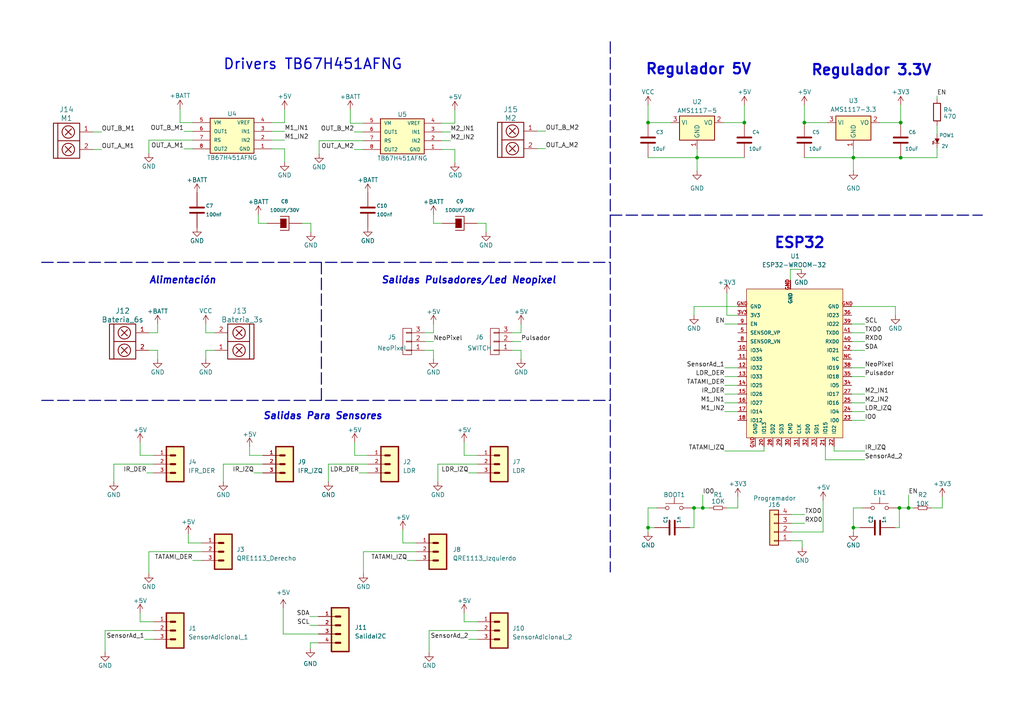
<source format=kicad_sch>
(kicad_sch (version 20230121) (generator eeschema)
  (paper "A4")
  (lib_symbols
    (symbol "Device:R" (pin_numbers hide) (pin_names (offset 0))
      (property "Reference" "R" (at 2.032 0 90))
      (property "Value" "R" (at 0 0 90))
      (symbol "R_0_1"
        (rectangle (start -1.016 -2.54) (end 1.016 2.54) (stroke (width 0.254)))
      )
      (symbol "R_1_1"
        (pin passive line (at 0 3.81 270) (length 1.27) (name "~") (number "1"))
        (pin passive line (at 0 -3.81 90) (length 1.27) (name "~") (number "2"))
      )
    )
    (symbol "EESTN5:C" (pin_numbers hide) (pin_names (offset 0.254))
      (property "Reference" "C" (at 0 2.54 0))
      (property "Value" "C" (at 0.1524 -2.159 0))
      (symbol "C_0_1"
        (polyline (pts (xy -2.032 -0.762) (xy 2.032 -0.762)) (stroke (width 0.508)))
        (polyline (pts (xy -2.032 0.762) (xy 2.032 0.762)) (stroke (width 0.508)))
      )
      (symbol "C_1_1"
        (pin passive line (at 0 5.08 270) (length 4.318) (name "~") (number "1"))
        (pin passive line (at 0 -5.08 90) (length 4.318) (name "~") (number "2"))
      )
    )
    (symbol "EESTN5:CAPAPOL" (pin_numbers hide) (pin_names (offset 0.254) hide)
      (property "Reference" "C" (at 1.27 2.54 0))
      (property "Value" "CAPAPOL" (at 1.27 -2.54 0))
      (symbol "CAPAPOL_0_1"
        (polyline (pts (xy -2.032 1.27) (xy -2.032 -1.27) (xy 2.032 -1.27) (xy 2.032 1.27)) (stroke (width 0.2032)))
        (polyline (pts (xy -1.27 1.27) (xy -1.27 -0.508) (xy 1.27 -0.508) (xy 1.27 1.27)) (fill (type outline)))
      )
      (symbol "CAPAPOL_1_1"
        (pin passive line (at 0 5.08 270) (length 3.81) (name "~") (number "1"))
        (pin passive line (at 0 -5.08 90) (length 3.81) (name "~") (number "2"))
      )
    )
    (symbol "EESTN5:Conn_01X03" (pin_names (offset 1.016) hide)
      (property "Reference" "J" (at 0 5.08 0))
      (property "Value" "Conn_01X03" (at 0 -5.08 0))
      (symbol "Conn_01X03_0_1"
        (rectangle (start -1.27 -2.413) (end 0.254 -2.667))
        (rectangle (start -1.27 0.127) (end 0.254 -0.127))
        (rectangle (start -1.27 2.667) (end 0.254 2.413))
        (rectangle (start -1.27 3.81) (end 1.27 -3.81))
      )
      (symbol "Conn_01X03_1_1"
        (pin passive line (at -5.08 2.54 0) (length 3.81) (name "P1") (number "1"))
        (pin passive line (at -5.08 0 0) (length 3.81) (name "P2") (number "2"))
        (pin passive line (at -5.08 -2.54 0) (length 3.81) (name "P3") (number "3"))
      )
    )
    (symbol "EESTN5:Conn_01x04" (pin_names (offset 1.016) hide)
      (property "Reference" "J" (at 0 5.08 0))
      (property "Value" "Conn_01x04" (at 0 -7.62 0))
      (symbol "Conn_01x04_1_1"
        (rectangle (start -1.27 -4.953) (end 0 -5.207) (stroke (width 0.1524)))
        (rectangle (start -1.27 -2.413) (end 0 -2.667) (stroke (width 0.1524)))
        (rectangle (start -1.27 0.127) (end 0 -0.127) (stroke (width 0.1524)))
        (rectangle (start -1.27 2.667) (end 0 2.413) (stroke (width 0.1524)))
        (rectangle (start -1.27 3.81) (end 1.27 -6.35) (stroke (width 0.254)) (fill (type background)))
        (pin passive line (at -5.08 2.54 0) (length 3.81) (name "Pin_1") (number "1"))
        (pin passive line (at -5.08 0 0) (length 3.81) (name "Pin_2") (number "2"))
        (pin passive line (at -5.08 -2.54 0) (length 3.81) (name "Pin_3") (number "3"))
        (pin passive line (at -5.08 -5.08 0) (length 3.81) (name "Pin_4") (number "4"))
      )
    )
    (symbol "EESTN5:LED" (pin_numbers hide) (pin_names (offset 1.016) hide)
      (property "Reference" "LED" (at 0 2.54 0))
      (property "Value" "LED" (at 0 -2.54 0))
      (symbol "LED_0_1"
        (polyline (pts (xy 0.508 -0.762) (xy 1.016 -1.27) (xy 1.016 -1.27)))
        (polyline (pts (xy 1.016 -0.762) (xy 1.524 -1.27) (xy 1.524 -1.27)))
        (polyline (pts (xy 1.27 -0.635) (xy 1.27 0.635) (xy 1.27 0.635)))
        (polyline (pts (xy 1.27 0) (xy 0 0.635) (xy 0 -0.635) (xy 0 -0.635)) (fill (type outline)))
        (polyline (pts (xy 1.524 -1.27) (xy 1.27 -1.27) (xy 1.524 -1.016) (xy 1.524 -1.27) (xy 1.524 -1.27)) (fill (type outline)))
        (polyline (pts (xy 1.016 -1.27) (xy 0.762 -1.27) (xy 1.016 -1.016) (xy 1.016 -1.27) (xy 1.016 -1.27) (xy 1.016 -1.27)) (fill (type outline)))
      )
      (symbol "LED_1_1"
        (pin passive line (at -1.27 0 0) (length 1.27) (name "A") (number "1"))
        (pin passive line (at 2.54 0 180) (length 1.27) (name "K") (number "2"))
      )
    )
    (symbol "EESTN5:R" (pin_numbers hide) (pin_names (offset 0))
      (property "Reference" "R" (at -1.27 0 90))
      (property "Value" "R" (at 1.27 0 90))
      (symbol "R_0_1"
        (rectangle (start 0.508 1.27) (end -0.508 -1.27))
      )
      (symbol "R_1_1"
        (pin passive line (at 0 2.54 270) (length 1.27) (name "~") (number "1"))
        (pin passive line (at 0 -2.54 90) (length 1.27) (name "~") (number "2"))
      )
    )
    (symbol "EESTN5:SW_Push" (pin_numbers hide) (pin_names (offset 1.016) hide)
      (property "Reference" "SW" (at 1.27 2.54 0))
      (symbol "SW_Push_0_1"
        (circle (center -2.032 0) (radius 0.508))
        (polyline (pts (xy 0 1.27) (xy 0 3.048)))
        (polyline (pts (xy 2.54 1.27) (xy -2.54 1.27)))
        (circle (center 2.032 0) (radius 0.508))
        (pin passive line (at -5.08 0 0) (length 2.54) (name "1") (number "1"))
        (pin passive line (at 5.08 0 180) (length 2.54) (name "2") (number "2"))
      )
    )
    (symbol "EESTN5:TB_1X2" (pin_names (offset 1.016))
      (property "Reference" "J" (at 0 7.62 0))
      (property "Value" "TB_1X2" (at 1.27 -7.62 0))
      (symbol "TB_1X2_0_1"
        (rectangle (start -2.54 5.08) (end 5.08 -5.08) (stroke (width 0.254)))
        (polyline (pts (xy -1.27 0) (xy 5.08 0)) (stroke (width 0.254)))
        (polyline (pts (xy -1.27 5.08) (xy -1.27 -5.08)) (stroke (width 0.254)))
        (polyline (pts (xy 0.889 -3.429) (xy 2.667 -1.651)) (stroke (width 0.254)))
        (polyline (pts (xy 0.889 -1.651) (xy 2.667 -3.429)) (stroke (width 0.254)))
        (polyline (pts (xy 0.889 1.651) (xy 2.667 3.429)) (stroke (width 0.254)))
        (polyline (pts (xy 0.889 3.429) (xy 2.667 1.651)) (stroke (width 0.254)))
        (circle (center 1.778 -2.54) (radius 1.8034) (stroke (width 0.254)))
        (circle (center 1.778 2.54) (radius 1.8034) (stroke (width 0.254)))
      )
      (symbol "TB_1X2_1_1"
        (pin input line (at 8.89 2.54 180) (length 3.81) (name "~") (number "1"))
        (pin input line (at 8.89 -2.54 180) (length 3.81) (name "~") (number "2"))
      )
    )
    (symbol "Librerias:+BATT" (power) (pin_names (offset 0))
      (property "Value" "+BATT" (at 0 3.683 0))
      (symbol "+BATT_0_1"
        (polyline (pts (xy -0.762 1.27) (xy 0 2.54)))
        (polyline (pts (xy 0 0) (xy 0 2.54)))
        (polyline (pts (xy 0 2.54) (xy 0.762 1.27)))
      )
      (symbol "+BATT_1_1"
        (pin power_in line (at 0 0 90) (length 0) hide (name "+BATT") (number "1"))
      )
    )
    (symbol "Librerias:ESP32-WROOM-32E" (pin_names (offset 1.016))
      (property "Reference" "U2" (at 0 28.575 0))
      (property "Value" "ESP32-WROOM-32" (at -8.255 26.035 0))
      (symbol "ESP32-WROOM-32E_1_0"
        (rectangle (start -12.7 19.05) (end 15.24 -24.13) (fill (type background)))
        (pin bidirectional line (at -15.24 1.27 0) (length 2.54) (name "IO34") (number "10"))
        (pin bidirectional line (at -15.24 -1.27 0) (length 2.54) (name "IO35") (number "11"))
        (pin bidirectional line (at -15.24 -3.81 0) (length 2.54) (name "IO32") (number "12"))
        (pin bidirectional line (at -15.24 -6.35 0) (length 2.54) (name "IO33") (number "13"))
        (pin bidirectional line (at -15.24 -8.89 0) (length 2.54) (name "IO25") (number "14"))
        (pin bidirectional line (at -15.24 -11.43 0) (length 2.54) (name "IO26") (number "15"))
        (pin bidirectional line (at -15.24 -13.97 0) (length 2.54) (name "IO27") (number "16"))
        (pin bidirectional line (at -15.24 -16.51 0) (length 2.54) (name "IO14") (number "17"))
        (pin bidirectional line (at -15.24 -19.05 0) (length 2.54) (name "IO12") (number "18"))
        (pin bidirectional line (at -7.62 -26.67 90) (length 2.54) (name "IO13") (number "20"))
        (pin bidirectional line (at 10.16 -26.67 90) (length 2.54) (name "IO15") (number "21"))
        (pin bidirectional line (at 12.7 -26.67 90) (length 2.54) (name "IO2") (number "22"))
        (pin bidirectional line (at 17.78 -19.05 180) (length 2.54) (name "IO0") (number "23"))
        (pin bidirectional line (at 17.78 -16.51 180) (length 2.54) (name "IO4") (number "24"))
        (pin bidirectional line (at 17.78 -13.97 180) (length 2.54) (name "IO16") (number "25"))
        (pin bidirectional line (at 17.78 -11.43 180) (length 2.54) (name "IO17") (number "27"))
        (pin bidirectional line (at -5.08 -26.67 90) (length 2.54) (name "SD2") (number "28"))
        (pin bidirectional line (at -2.54 -26.67 90) (length 2.54) (name "SD3") (number "29"))
        (pin bidirectional line (at 0 -26.67 90) (length 2.54) (name "CMD") (number "30"))
        (pin bidirectional line (at 2.54 -26.67 90) (length 2.54) (name "CLK") (number "31"))
        (pin bidirectional line (at 5.08 -26.67 90) (length 2.54) (name "SD0") (number "32"))
        (pin bidirectional line (at 7.62 -26.67 90) (length 2.54) (name "SD1") (number "33"))
        (pin bidirectional line (at 17.78 -8.89 180) (length 2.54) (name "IO5") (number "34"))
        (pin bidirectional line (at 17.78 -6.35 180) (length 2.54) (name "IO18") (number "35"))
        (pin bidirectional line (at 17.78 11.43 180) (length 2.54) (name "IO23") (number "36"))
        (pin bidirectional line (at 17.78 -3.81 180) (length 2.54) (name "IO19") (number "38"))
        (pin bidirectional line (at 17.78 8.89 180) (length 2.54) (name "IO22") (number "39"))
        (pin bidirectional line (at -15.24 11.43 0) (length 2.54) (name "3V3") (number "3V3"))
        (pin bidirectional line (at 17.78 3.81 180) (length 2.54) (name "RXD0") (number "40"))
        (pin bidirectional line (at 17.78 6.35 180) (length 2.54) (name "TXD0") (number "41"))
        (pin bidirectional line (at 17.78 1.27 180) (length 2.54) (name "IO21") (number "42"))
        (pin bidirectional line (at -15.24 6.35 0) (length 2.54) (name "SENSOR_VP") (number "5"))
        (pin bidirectional line (at -15.24 3.81 0) (length 2.54) (name "SENSOR_VN") (number "8"))
        (pin bidirectional line (at -15.24 8.89 0) (length 2.54) (name "EN") (number "9"))
        (pin bidirectional line (at -15.24 13.97 0) (length 2.54) (name "GND") (number "GND"))
        (pin bidirectional line (at -10.16 -26.67 90) (length 2.54) (name "GND") (number "GND"))
        (pin bidirectional line (at 0 21.59 270) (length 2.54) (name "GND") (number "GND"))
        (pin bidirectional line (at 0 21.59 270) (length 2.54) (name "GND") (number "GND"))
        (pin bidirectional line (at 0 21.59 270) (length 2.54) (name "GND") (number "GND"))
        (pin bidirectional line (at 0 21.59 270) (length 2.54) (name "GND") (number "GND"))
        (pin bidirectional line (at 0 21.59 270) (length 2.54) (name "GND") (number "GND"))
        (pin bidirectional line (at 0 21.59 270) (length 2.54) (name "GND") (number "GND"))
        (pin bidirectional line (at 0 21.59 270) (length 2.54) (name "GND") (number "GND"))
        (pin bidirectional line (at 0 21.59 270) (length 2.54) (name "GND") (number "GND"))
        (pin bidirectional line (at 0 21.59 270) (length 2.54) (name "GND") (number "GND"))
        (pin bidirectional line (at 17.78 13.97 180) (length 2.54) (name "GND") (number "GND"))
        (pin bidirectional line (at 17.78 -1.27 180) (length 2.54) (name "NC") (number "NC"))
      )
    )
    (symbol "Librerias:JST-XH-3P" (pin_names (offset 1.016))
      (property "Reference" "P1" (at 5.08 0.635 0))
      (property "Value" "JST-XH-3P" (at 5.08 -1.905 0))
      (symbol "JST-XH-3P_0_0"
        (rectangle (start -1.27 -5.08) (end 3.81 5.08) (stroke (width 0.4064)) (fill (type background)))
        (polyline (pts (xy 1.27 -2.54) (xy 0 -2.54)) (stroke (width 0.6096)))
        (polyline (pts (xy 1.27 0) (xy 0 0)) (stroke (width 0.6096)))
        (polyline (pts (xy 1.27 2.54) (xy 0 2.54)) (stroke (width 0.6096)))
        (pin passive line (at -5.08 2.54 0) (length 5.08) (name "~") (number "1"))
        (pin passive line (at -5.08 0 0) (length 5.08) (name "~") (number "2"))
        (pin passive line (at -5.08 -2.54 0) (length 5.08) (name "~") (number "3"))
      )
    )
    (symbol "Librerias:JST-XH-4P" (pin_names (offset 1.016))
      (property "Reference" "P8" (at 5.842 1.905 0))
      (property "Value" "JST-XH-4P" (at 5.842 -0.635 0))
      (symbol "JST-XH-4P_0_0"
        (rectangle (start -1.27 7.62) (end 3.81 -5.08) (stroke (width 0.4064)) (fill (type background)))
        (polyline (pts (xy 1.27 -2.54) (xy 0 -2.54)) (stroke (width 0.6096)))
        (polyline (pts (xy 1.27 0) (xy 0 0)) (stroke (width 0.6096)))
        (polyline (pts (xy 1.27 2.54) (xy 0 2.54)) (stroke (width 0.6096)))
        (polyline (pts (xy 1.27 5.08) (xy 0 5.08)) (stroke (width 0.6096)))
        (pin passive line (at -5.08 5.08 0) (length 5.08) (name "~") (number "1"))
        (pin passive line (at -5.08 2.54 0) (length 5.08) (name "~") (number "2"))
        (pin passive line (at -5.08 0 0) (length 5.08) (name "~") (number "3"))
        (pin passive line (at -5.08 -2.54 0) (length 5.08) (name "~") (number "4"))
      )
    )
    (symbol "Librerias:TB67H451AFNG" (pin_names (offset 1.016))
      (property "Reference" "U7" (at 0 8.89 0))
      (property "Value" "TB67H451AFNG" (at 0 6.35 0))
      (symbol "TB67H451AFNG_0_0"
        (rectangle (start -6.35 5.08) (end 6.35 -5.08) (stroke (width 0.254)) (fill (type background)))
      )
      (symbol "TB67H451AFNG_1_0"
        (pin power_in line (at -11.43 3.81 0) (length 5.08) (name "GND") (number "1"))
        (pin input line (at -11.43 1.27 0) (length 5.08) (name "IN2") (number "2"))
        (pin input line (at -11.43 -1.27 0) (length 5.08) (name "IN1") (number "3"))
        (pin output line (at -11.43 -3.81 0) (length 5.08) (name "VREF") (number "4"))
        (pin bidirectional line (at 11.43 -3.81 180) (length 5.08) (name "VM") (number "5"))
        (pin output line (at 11.43 -1.27 180) (length 5.08) (name "OUT1") (number "6"))
        (pin bidirectional line (at 11.43 1.27 180) (length 5.08) (name "RS") (number "7"))
        (pin output line (at 11.43 3.81 180) (length 5.08) (name "OUT2") (number "8"))
      )
    )
    (symbol "Regulator_Linear:AMS1117-3.3"
      (property "Reference" "U" (at -3.81 3.175 0))
      (property "Value" "AMS1117-3.3" (at 0 3.175 0))
      (symbol "AMS1117-3.3_0_1"
        (rectangle (start -5.08 -5.08) (end 5.08 1.905) (stroke (width 0.254)) (fill (type background)))
      )
      (symbol "AMS1117-3.3_1_1"
        (pin power_in line (at 0 -7.62 90) (length 2.54) (name "GND") (number "1"))
        (pin power_out line (at 7.62 0 180) (length 2.54) (name "VO") (number "2"))
        (pin power_in line (at -7.62 0 0) (length 2.54) (name "VI") (number "3"))
      )
    )
    (symbol "TB67H451AFNG_1" (pin_names (offset 1.016))
      (property "Reference" "U6" (at 0 8.89 0))
      (property "Value" "TB67H451AFNG" (at 0 6.35 0))
      (symbol "TB67H451AFNG_1_0_0"
        (rectangle (start -6.35 5.08) (end 6.35 -5.08) (stroke (width 0.254)) (fill (type background)))
      )
      (symbol "TB67H451AFNG_1_1_0"
        (pin power_in line (at -11.43 3.81 0) (length 5.08) (name "GND") (number "1"))
        (pin input line (at -11.43 1.27 0) (length 5.08) (name "IN2") (number "2"))
        (pin input line (at -11.43 -1.27 0) (length 5.08) (name "IN1") (number "3"))
        (pin output line (at -11.43 -3.81 0) (length 5.08) (name "VREF") (number "4"))
        (pin bidirectional line (at 11.43 -3.81 180) (length 5.08) (name "VM") (number "5"))
        (pin output line (at 11.43 -1.27 180) (length 5.08) (name "OUT1") (number "6"))
        (pin bidirectional line (at 11.43 1.27 180) (length 5.08) (name "RS") (number "7"))
        (pin output line (at 11.43 3.81 180) (length 5.08) (name "OUT2") (number "8"))
      )
    )
    (symbol "power:+3V3" (power) (pin_names (offset 0))
      (property "Value" "+3V3" (at 0 3.556 0))
      (symbol "+3V3_0_1"
        (polyline (pts (xy -0.762 1.27) (xy 0 2.54)))
        (polyline (pts (xy 0 0) (xy 0 2.54)))
        (polyline (pts (xy 0 2.54) (xy 0.762 1.27)))
      )
      (symbol "+3V3_1_1"
        (pin power_in line (at 0 0 90) (length 0) hide (name "+3V3") (number "1"))
      )
    )
    (symbol "power:+5V" (power) (pin_names (offset 0))
      (property "Value" "+5V" (at 0 3.556 0))
      (symbol "+5V_0_1"
        (polyline (pts (xy -0.762 1.27) (xy 0 2.54)))
        (polyline (pts (xy 0 0) (xy 0 2.54)))
        (polyline (pts (xy 0 2.54) (xy 0.762 1.27)))
      )
      (symbol "+5V_1_1"
        (pin power_in line (at 0 0 90) (length 0) hide (name "+5V") (number "1"))
      )
    )
    (symbol "power:+BATT" (power) (pin_names (offset 0))
      (property "Value" "+BATT" (at 0 3.556 0))
      (symbol "+BATT_0_1"
        (polyline (pts (xy -0.762 1.27) (xy 0 2.54)))
        (polyline (pts (xy 0 0) (xy 0 2.54)))
        (polyline (pts (xy 0 2.54) (xy 0.762 1.27)))
      )
      (symbol "+BATT_1_1"
        (pin power_in line (at 0 0 90) (length 0) hide (name "+BATT") (number "1"))
      )
    )
    (symbol "power:GND" (power) (pin_names (offset 0))
      (property "Value" "GND" (at 0 -3.81 0))
      (symbol "GND_0_1"
        (polyline (pts (xy 0 0) (xy 0 -1.27) (xy 1.27 -1.27) (xy 0 -2.54) (xy -1.27 -1.27) (xy 0 -1.27)))
      )
      (symbol "GND_1_1"
        (pin power_in line (at 0 0 270) (length 0) hide (name "GND") (number "1"))
      )
    )
    (symbol "power:VCC" (power) (pin_names (offset 0))
      (property "Value" "VCC" (at 0 3.81 0))
      (symbol "VCC_0_1"
        (polyline (pts (xy -0.762 1.27) (xy 0 2.54)))
        (polyline (pts (xy 0 0) (xy 0 2.54)))
        (polyline (pts (xy 0 2.54) (xy 0.762 1.27)))
      )
      (symbol "VCC_1_1"
        (pin power_in line (at 0 0 90) (length 0) hide (name "VCC") (number "1"))
      )
    )
  )
  (junction (at 215.9 35.56))
  (junction (at 203.835 147.32))
  (junction (at 202.184 45.72))
  (junction (at 187.96 35.56))
  (junction (at 233.299 35.56))
  (junction (at 201.295 147.32))
  (junction (at 187.96 153.035))
  (junction (at 247.523 153.035))
  (junction (at 247.523 45.72))
  (junction (at 261.239 45.72))
  (junction (at 260.858 147.32))
  (junction (at 263.525 147.32))
  (junction (at 261.239 35.56))
  (wire (pts (xy 241.935 130.81) (xy 241.935 129.54)))
  (wire (pts (xy 92.5576 40.8178) (xy 92.5576 44.6278)))
  (wire (pts (xy 33.02 134.62) (xy 33.02 139.7)))
  (wire (pts (xy 247.015 116.84) (xy 250.825 116.84)))
  (wire (pts (xy 55.88 38.1) (xy 53.34 38.1)))
  (wire (pts (xy 43.18 40.64) (xy 43.18 44.45)))
  (wire (pts (xy 89.8144 178.816) (xy 92.329 178.816)))
  (wire (pts (xy 203.835 147.32) (xy 205.74 147.32)))
  (wire (pts (xy 54.61 157.48) (xy 58.42 157.48)))
  (bus (pts (xy 177.0126 62.4078) (xy 284.9118 62.4078)) (stroke (width 0) (type dash)))
  (wire (pts (xy 260.858 153.035) (xy 259.588 153.035)))
  (wire (pts (xy 44.45 132.08) (xy 40.64 132.08)))
  (wire (pts (xy 247.015 114.3) (xy 250.825 114.3)))
  (wire (pts (xy 55.88 35.56) (xy 52.2224 35.56)))
  (wire (pts (xy 241.935 130.81) (xy 250.825 130.81)))
  (wire (pts (xy 263.525 143.51) (xy 263.525 147.32)))
  (wire (pts (xy 29.464 38.2778) (xy 26.924 38.2778)))
  (wire (pts (xy 74.93 62.23) (xy 74.93 64.77)))
  (wire (pts (xy 54.61 157.48) (xy 54.61 154.94)))
  (wire (pts (xy 105.2576 38.2778) (xy 102.7176 38.2778)))
  (wire (pts (xy 270.129 147.32) (xy 273.304 147.32)))
  (wire (pts (xy 44.45 182.88) (xy 30.48 182.88)))
  (wire (pts (xy 229.616 151.765) (xy 233.426 151.765)))
  (wire (pts (xy 247.015 109.22) (xy 250.825 109.22)))
  (wire (pts (xy 134.62 180.34) (xy 138.43 180.34)))
  (wire (pts (xy 123.19 101.6) (xy 125.73 101.6)))
  (wire (pts (xy 92.5576 40.8178) (xy 105.2576 40.8178)))
  (wire (pts (xy 120.65 157.48) (xy 116.84 157.48)))
  (wire (pts (xy 95.25 134.62) (xy 95.25 139.7)))
  (wire (pts (xy 187.96 35.56) (xy 194.564 35.56)))
  (wire (pts (xy 138.43 132.08) (xy 134.62 132.08)))
  (wire (pts (xy 78.74 43.18) (xy 82.55 43.18)))
  (wire (pts (xy 247.523 153.035) (xy 247.523 154.305)))
  (wire (pts (xy 202.184 49.53) (xy 202.184 45.72)))
  (wire (pts (xy 128.1176 35.7378) (xy 131.9276 35.7378)))
  (wire (pts (xy 106.68 132.08) (xy 102.87 132.08)))
  (wire (pts (xy 247.015 93.98) (xy 250.825 93.98)))
  (wire (pts (xy 213.995 147.32) (xy 213.995 144.145)))
  (wire (pts (xy 29.464 43.3578) (xy 26.924 43.3578)))
  (wire (pts (xy 260.858 147.32) (xy 260.858 153.035)))
  (wire (pts (xy 43.18 40.64) (xy 55.88 40.64)))
  (wire (pts (xy 128.1176 38.2778) (xy 130.6576 38.2778)))
  (wire (pts (xy 135.89 185.42) (xy 138.43 185.42)))
  (wire (pts (xy 233.299 45.72) (xy 247.523 45.72)))
  (wire (pts (xy 90.0176 186.436) (xy 90.0176 188.0616)))
  (wire (pts (xy 247.523 45.72) (xy 261.239 45.72)))
  (wire (pts (xy 229.235 78.105) (xy 232.41 78.105)))
  (wire (pts (xy 247.015 119.38) (xy 250.825 119.38)))
  (wire (pts (xy 210.185 93.98) (xy 213.995 93.98)))
  (wire (pts (xy 259.715 88.9) (xy 259.715 91.44)))
  (wire (pts (xy 41.91 185.42) (xy 44.45 185.42)))
  (wire (pts (xy 187.96 30.48) (xy 187.96 35.56)))
  (wire (pts (xy 127 134.62) (xy 138.43 134.62)))
  (wire (pts (xy 82.55 31.75) (xy 82.55 35.56)))
  (wire (pts (xy 260.223 147.32) (xy 260.858 147.32)))
  (wire (pts (xy 202.184 45.72) (xy 202.184 43.18)))
  (wire (pts (xy 247.015 101.6) (xy 250.825 101.6)))
  (wire (pts (xy 221.615 129.54) (xy 221.615 130.81)))
  (wire (pts (xy 78.74 35.56) (xy 82.55 35.56)))
  (wire (pts (xy 261.239 30.48) (xy 261.239 35.56)))
  (wire (pts (xy 102.87 128.27) (xy 102.87 132.08)))
  (wire (pts (xy 273.304 147.32) (xy 273.304 144.145)))
  (wire (pts (xy 43.18 160.02) (xy 43.18 166.37)))
  (wire (pts (xy 247.015 121.92) (xy 250.825 121.92)))
  (wire (pts (xy 271.78 27.813) (xy 271.78 28.702)))
  (wire (pts (xy 201.295 153.035) (xy 200.025 153.035)))
  (wire (pts (xy 201.295 88.9) (xy 213.995 88.9)))
  (wire (pts (xy 59.69 101.6) (xy 62.23 101.6)))
  (wire (pts (xy 260.858 147.32) (xy 263.525 147.32)))
  (wire (pts (xy 120.65 160.02) (xy 105.41 160.02)))
  (wire (pts (xy 151.13 99.06) (xy 148.59 99.06)))
  (wire (pts (xy 239.395 129.54) (xy 239.395 133.35)))
  (wire (pts (xy 239.395 133.35) (xy 250.825 133.35)))
  (wire (pts (xy 210.185 114.3) (xy 213.995 114.3)))
  (wire (pts (xy 229.235 81.28) (xy 229.235 78.105)))
  (wire (pts (xy 247.523 147.32) (xy 247.523 153.035)))
  (wire (pts (xy 105.2576 43.3578) (xy 102.7176 43.3578)))
  (wire (pts (xy 89.8652 181.356) (xy 92.329 181.356)))
  (wire (pts (xy 125.73 64.77) (xy 128.27 64.77)))
  (wire (pts (xy 82.55 43.18) (xy 82.55 46.99)))
  (wire (pts (xy 148.59 101.6) (xy 151.13 101.6)))
  (wire (pts (xy 135.89 137.16) (xy 138.43 137.16)))
  (wire (pts (xy 125.73 62.23) (xy 125.73 64.77)))
  (wire (pts (xy 210.185 119.38) (xy 213.995 119.38)))
  (wire (pts (xy 210.185 106.68) (xy 213.995 106.68)))
  (wire (pts (xy 52.2224 31.5722) (xy 52.2224 35.56)))
  (wire (pts (xy 40.64 128.27) (xy 40.64 132.08)))
  (wire (pts (xy 42.545 137.16) (xy 44.45 137.16)))
  (wire (pts (xy 158.2674 38.0238) (xy 155.7274 38.0238)))
  (wire (pts (xy 131.9276 43.3578) (xy 131.9276 47.1678)))
  (wire (pts (xy 201.295 88.9) (xy 201.295 91.44)))
  (wire (pts (xy 247.015 106.68) (xy 250.825 106.68)))
  (wire (pts (xy 210.185 111.76) (xy 213.995 111.76)))
  (wire (pts (xy 210.82 85.09) (xy 210.82 91.44)))
  (bus (pts (xy 93.218 76.0984) (xy 93.218 116.1034)) (stroke (width 0) (type dash)))
  (wire (pts (xy 209.804 35.56) (xy 215.9 35.56)))
  (wire (pts (xy 134.62 128.27) (xy 134.62 132.08)))
  (wire (pts (xy 40.64 180.34) (xy 44.45 180.34)))
  (wire (pts (xy 101.6 31.75) (xy 101.6 35.7378)))
  (wire (pts (xy 72.39 132.08) (xy 76.2 132.08)))
  (wire (pts (xy 201.295 147.32) (xy 203.835 147.32)))
  (wire (pts (xy 125.73 101.6) (xy 125.73 104.14)))
  (wire (pts (xy 232.664 156.845) (xy 232.664 158.75)))
  (wire (pts (xy 158.2674 43.1038) (xy 155.7274 43.1038)))
  (wire (pts (xy 247.523 45.72) (xy 247.523 43.18)))
  (wire (pts (xy 210.82 147.32) (xy 213.995 147.32)))
  (wire (pts (xy 105.41 160.02) (xy 105.41 166.37)))
  (wire (pts (xy 82.1436 183.896) (xy 82.1436 176.4284)))
  (wire (pts (xy 90.17 64.77) (xy 87.63 64.77)))
  (wire (pts (xy 200.66 147.32) (xy 201.295 147.32)))
  (wire (pts (xy 140.97 67.31) (xy 140.97 64.77)))
  (wire (pts (xy 247.015 96.52) (xy 250.825 96.52)))
  (bus (pts (xy 12.0904 76.0984) (xy 177.0126 76.0984)) (stroke (width 0) (type dash)))
  (wire (pts (xy 90.17 67.31) (xy 90.17 64.77)))
  (wire (pts (xy 131.9276 31.9278) (xy 131.9276 35.7378)))
  (bus (pts (xy 12.1158 116.1288) (xy 177.0126 116.1288)) (stroke (width 0) (type dash)))
  (wire (pts (xy 151.13 96.52) (xy 148.59 96.52)))
  (wire (pts (xy 128.1176 43.3578) (xy 131.9276 43.3578)))
  (wire (pts (xy 59.69 96.52) (xy 62.23 96.52)))
  (wire (pts (xy 250.063 147.32) (xy 247.523 147.32)))
  (wire (pts (xy 55.88 43.18) (xy 53.34 43.18)))
  (wire (pts (xy 33.02 134.62) (xy 44.45 134.62)))
  (wire (pts (xy 187.96 153.035) (xy 187.96 154.305)))
  (wire (pts (xy 124.46 182.88) (xy 124.46 189.23)))
  (wire (pts (xy 190.5 147.32) (xy 187.96 147.32)))
  (wire (pts (xy 59.69 104.14) (xy 59.69 101.6)))
  (wire (pts (xy 201.295 147.32) (xy 201.295 153.035)))
  (wire (pts (xy 215.9 30.48) (xy 215.9 35.56)))
  (wire (pts (xy 45.72 101.6) (xy 45.72 104.14)))
  (wire (pts (xy 105.2576 35.7378) (xy 101.6 35.7378)))
  (wire (pts (xy 247.015 88.9) (xy 259.715 88.9)))
  (wire (pts (xy 134.62 180.34) (xy 134.62 177.8)))
  (wire (pts (xy 59.69 93.98) (xy 59.69 96.52)))
  (bus (pts (xy 177.0126 12.1158) (xy 177.0126 165.8874)) (stroke (width 0) (type dash)))
  (wire (pts (xy 233.299 30.48) (xy 233.299 35.56)))
  (wire (pts (xy 92.329 186.436) (xy 90.0176 186.436)))
  (wire (pts (xy 104.14 137.16) (xy 106.68 137.16)))
  (wire (pts (xy 127 134.62) (xy 127 139.7)))
  (wire (pts (xy 271.78 42.799) (xy 271.78 45.72)))
  (wire (pts (xy 229.616 149.225) (xy 233.426 149.225)))
  (wire (pts (xy 203.835 143.51) (xy 203.835 147.32)))
  (wire (pts (xy 140.97 64.77) (xy 138.43 64.77)))
  (wire (pts (xy 238.7346 145.1864) (xy 238.7346 154.305)))
  (wire (pts (xy 233.299 35.56) (xy 239.903 35.56)))
  (wire (pts (xy 92.329 183.896) (xy 82.1436 183.896)))
  (wire (pts (xy 43.18 96.52) (xy 45.72 96.52)))
  (wire (pts (xy 78.74 40.64) (xy 82.55 40.64)))
  (wire (pts (xy 210.185 109.22) (xy 213.995 109.22)))
  (wire (pts (xy 125.73 93.98) (xy 125.73 96.52)))
  (wire (pts (xy 45.72 93.98) (xy 45.72 96.52)))
  (wire (pts (xy 74.93 64.77) (xy 77.47 64.77)))
  (wire (pts (xy 138.43 182.88) (xy 124.46 182.88)))
  (wire (pts (xy 263.525 147.32) (xy 265.049 147.32)))
  (wire (pts (xy 213.995 91.44) (xy 210.82 91.44)))
  (wire (pts (xy 151.13 101.6) (xy 151.13 104.14)))
  (wire (pts (xy 187.96 45.72) (xy 202.184 45.72)))
  (wire (pts (xy 210.185 116.84) (xy 213.995 116.84)))
  (wire (pts (xy 30.48 182.88) (xy 30.48 189.23)))
  (wire (pts (xy 64.77 134.62) (xy 64.77 139.7)))
  (wire (pts (xy 247.015 99.06) (xy 250.825 99.06)))
  (wire (pts (xy 247.523 49.53) (xy 247.523 45.72)))
  (wire (pts (xy 116.84 153.67) (xy 116.84 157.48)))
  (wire (pts (xy 72.39 132.08) (xy 72.39 129.54)))
  (wire (pts (xy 43.18 101.6) (xy 45.72 101.6)))
  (wire (pts (xy 151.13 93.98) (xy 151.13 96.52)))
  (wire (pts (xy 40.64 180.34) (xy 40.64 177.8)))
  (wire (pts (xy 118.11 162.56) (xy 120.65 162.56)))
  (wire (pts (xy 271.78 36.322) (xy 271.78 38.989)))
  (wire (pts (xy 128.1176 40.8178) (xy 130.6576 40.8178)))
  (wire (pts (xy 255.143 35.56) (xy 261.239 35.56)))
  (wire (pts (xy 210.185 130.81) (xy 221.615 130.81)))
  (wire (pts (xy 271.78 45.72) (xy 261.239 45.72)))
  (wire (pts (xy 125.73 96.52) (xy 123.19 96.52)))
  (wire (pts (xy 125.73 99.06) (xy 123.19 99.06)))
  (wire (pts (xy 229.616 156.845) (xy 232.664 156.845)))
  (wire (pts (xy 238.7346 154.305) (xy 229.616 154.305)))
  (wire (pts (xy 247.523 153.035) (xy 249.428 153.035)))
  (wire (pts (xy 202.184 45.72) (xy 215.9 45.72)))
  (wire (pts (xy 58.42 160.02) (xy 43.18 160.02)))
  (wire (pts (xy 95.25 134.62) (xy 106.68 134.62)))
  (wire (pts (xy 82.55 38.1) (xy 78.74 38.1)))
  (wire (pts (xy 187.96 147.32) (xy 187.96 153.035)))
  (wire (pts (xy 55.88 162.56) (xy 58.42 162.56)))
  (wire (pts (xy 64.77 134.62) (xy 76.2 134.62)))
  (wire (pts (xy 73.66 137.16) (xy 76.2 137.16)))
  (wire (pts (xy 187.96 153.035) (xy 189.865 153.035)))
  (text "Salidas Pulsadores/Led Neopixel" (at 110.49 82.55 0) (effects (font (size 2 2) bold italic) (justify left bottom)))
  (text "Regulador 5V" (at 187.071 21.9202 0) (effects (font (size 3 3) (thickness 0.6) bold) (justify left bottom)))
  (text "Regulador 3.3V\n" (at 235.077 22.1996 0) (effects (font (size 3 3) (thickness 0.6) bold) (justify left bottom)))
  (text "Alimentación\n" (at 43.18 82.55 0) (effects (font (size 2 2) (thickness 0.4) bold italic) (justify left bottom)))
  (text "ESP32\n" (at 224.3836 72.3138 0) (effects (font (size 3 3) (thickness 0.6) bold) (justify left bottom)))
  (text "Salidas Para Sensores" (at 76.2 121.92 0) (effects (font (size 2 2) bold italic) (justify left bottom)))
  (text "Drivers TB67H451AFNG\n" (at 64.6176 20.4978 0) (effects (font (size 3 3) (thickness 0.4) bold) (justify left bottom)))
  (label "OUT_B_M1" (at 29.464 38.2778 0))
  (label "OUT_A_M1" (at 29.464 43.3578 0))
  (label "IR_IZQ" (at 250.825 130.81 0))
  (label "M2_IN1" (at 250.825 114.3 0))
  (label "M2_IN2" (at 250.825 116.84 0))
  (label "SCL" (at 89.8652 181.356 180))
  (label "IR_DER" (at 210.185 114.3 180))
  (label "LDR_DER" (at 104.14 137.16 180))
  (label "IR_DER" (at 42.545 137.16 180))
  (label "LDR_IZQ" (at 250.825 119.38 0))
  (label "SCL" (at 250.825 93.98 0))
  (label "TATAMI_IZQ" (at 118.11 162.56 180))
  (label "M1_IN1" (at 82.55 38.1 0))
  (label "M2_IN2" (at 130.6576 40.8178 0))
  (label "TATAMI_DER" (at 55.88 162.56 180))
  (label "M1_IN2" (at 210.185 119.38 180))
  (label "SensorAd_1" (at 41.91 185.42 180))
  (label "OUT_A_M2" (at 158.2674 43.1038 0))
  (label "IO0" (at 203.835 143.51 0))
  (label "LDR_IZQ" (at 135.89 137.16 180))
  (label "SensorAd_2" (at 250.825 133.35 0))
  (label "M1_IN1" (at 210.185 116.84 180))
  (label "Pulsador" (at 151.13 99.06 0))
  (label "TATAMI_DER" (at 210.185 111.76 180))
  (label "EN" (at 210.185 93.98 180))
  (label "EN" (at 271.78 27.813 0))
  (label "SensorAd_1" (at 210.185 106.68 180))
  (label "OUT_A_M2" (at 102.7176 43.3578 180))
  (label "OUT_B_M1" (at 53.34 38.1 180))
  (label "NeoPixel" (at 125.73 99.06 0))
  (label "RXD0" (at 250.825 99.06 0))
  (label "SDA" (at 89.8144 178.816 180))
  (label "EN" (at 263.525 143.51 0))
  (label "SDA" (at 250.825 101.6 0))
  (label "M2_IN1" (at 130.6576 38.2778 0))
  (label "IR_IZQ" (at 73.66 137.16 180))
  (label "TATAMI_IZQ" (at 210.185 130.81 180))
  (label "TXD0" (at 250.825 96.52 0))
  (label "OUT_B_M2" (at 102.7176 38.2778 180))
  (label "RXD0" (at 233.426 151.765 0))
  (label "M1_IN2" (at 82.55 40.64 0))
  (label "OUT_B_M2" (at 158.2674 38.0238 0))
  (label "Pulsador" (at 250.825 109.22 0))
  (label "LDR_DER" (at 210.185 109.22 180))
  (label "SensorAd_2" (at 135.89 185.42 180))
  (label "IO0" (at 250.825 121.92 0))
  (label "TXD0" (at 233.426 149.225 0))
  (label "NeoPixel" (at 250.825 106.68 0))
  (label "OUT_A_M1" (at 53.34 43.18 180))
  (symbol (lib_id "power:GND") (at 187.96 154.305 0) (unit 1)
    (property "Reference" "#PWR01" (effects hide))
    (property "Value" "GND" (at 187.96 158.115 0))
  )
  (symbol (lib_id "power:+5V") (at 238.7346 145.1864 0) (unit 1)
    (property "Reference" "#PWR07" (effects hide))
    (property "Value" "+5V" (at 238.7346 141.3764 0))
  )
  (symbol (lib_id "power:GND") (at 202.184 49.53 0) (unit 1)
    (property "Reference" "#PWR018" (effects hide))
    (property "Value" "GND" (at 202.184 54.61 0))
  )
  (symbol (lib_id "EESTN5:C") (at 106.68 60.96 0) (unit 1)
    (property "Reference" "C10" (at 109.22 59.69 0) (effects (font (size 1.016 1.016)) (justify left)))
    (property "Value" "100nf" (at 109.22 62.23 0) (effects (font (size 1.016 1.016)) (justify left)))
    (property "Footprint" "EESTN5:C_0805" (effects hide))
  )
  (symbol (lib_id "EESTN5:Conn_01x04") (at 224.536 154.305 180) (unit 1)
    (property "Reference" "J16" (at 224.5614 146.3548 0))
    (property "Value" "Programador" (at 224.663 144.5006 0))
    (property "Footprint" "footprints:Pin_Strip_4" (effects hide))
  )
  (symbol (lib_id "power:+5V") (at 82.1436 176.4284 0) (unit 1)
    (property "Reference" "#PWR042" (effects hide))
    (property "Value" "+5V" (at 82.1436 171.8564 0))
  )
  (symbol (lib_id "power:+BATT") (at 106.68 55.88 0) (unit 1)
    (property "Reference" "#PWR027" (effects hide))
    (property "Value" "+BATT" (at 106.68 52.197 0))
  )
  (symbol (lib_id "power:GND") (at 232.664 158.75 0) (unit 1)
    (property "Reference" "#PWR06" (effects hide))
    (property "Value" "GND" (at 232.664 162.56 0))
  )
  (symbol (lib_id "power:VCC") (at 187.96 30.48 0) (unit 1)
    (property "Reference" "#PWR017" (effects hide))
    (property "Value" "VCC" (at 187.96 26.67 0))
  )
  (symbol (lib_id "power:+5V") (at 134.62 128.27 0) (unit 1)
    (property "Reference" "#PWR039" (effects hide))
    (property "Value" "+5V" (at 134.62 124.714 0))
  )
  (symbol (lib_id "EESTN5:C") (at 187.96 40.64 0) (unit 1)
    (property "Reference" "C3" (at 190.246 38.354 0) (effects (font (size 1.016 1.016)) (justify left)))
    (property "Value" "10uF" (at 189.23 43.18 0) (effects (font (size 1.016 1.016)) (justify left)))
    (property "Footprint" "EESTN5:C_0805" (effects hide))
  )
  (symbol (lib_id "EESTN5:TB_1X2") (at 146.8374 40.5638 0) (unit 1)
    (property "Reference" "J15" (at 148.1074 31.75 0) (effects (font (size 1.524 1.524))))
    (property "Value" "M2" (at 148.1074 34.29 0) (effects (font (size 1.524 1.524))))
    (property "Footprint" "footprints:BORNERA2_AZUL_VIAS" (effects hide))
  )
  (symbol (lib_id "power:GND") (at 90.0176 188.0616 0) (unit 1)
    (property "Reference" "#PWR043" (effects hide))
    (property "Value" "GND" (at 90.0176 192.505 0))
  )
  (symbol (lib_id "Librerias:JST-XH-3P") (at 111.76 134.62 0) (unit 1)
    (property "Reference" "J2" (at 116.84 133.985 0) (effects (justify left)))
    (property "Value" "LDR" (at 116.84 136.525 0) (effects (justify left)))
    (property "Footprint" "footprints:Pin_Strip_3" (effects hide))
  )
  (symbol (lib_id "power:GND") (at 82.55 46.99 0) (unit 1)
    (property "Reference" "#PWR016" (effects hide))
    (property "Value" "GND" (at 82.55 50.8 0))
  )
  (symbol (lib_id "power:GND") (at 59.69 104.14 0) (unit 1)
    (property "Reference" "#PWR033" (effects hide))
    (property "Value" "GND" (at 59.69 107.95 0))
  )
  (symbol (lib_id "Librerias:ESP32-WROOM-32E") (at 229.235 102.87 0) (unit 1)
    (property "Reference" "U1" (at 229.235 74.295 0) (effects (justify left)))
    (property "Value" "ESP32-WROOM-32" (at 220.98 76.835 0) (effects (justify left)))
    (property "Footprint" "EESTN5:ESP32-WROOM-32E" (effects hide))
  )
  (symbol (lib_id "power:GND") (at 92.5576 44.6278 0) (unit 1)
    (property "Reference" "#PWR024" (effects hide))
    (property "Value" "GND" (at 92.5576 48.4378 0))
  )
  (symbol (lib_id "power:GND") (at 33.02 139.7 0) (unit 1)
    (property "Reference" "#PWR041" (effects hide))
    (property "Value" "GND" (at 33.02 143.51 0))
  )
  (symbol (lib_id "power:GND") (at 140.97 67.31 0) (unit 1)
    (property "Reference" "#PWR051" (effects hide))
    (property "Value" "GND" (at 140.97 71.12 0))
  )
  (symbol (lib_id "power:GND") (at 259.715 91.44 0) (unit 1)
    (property "Reference" "#PWR09" (effects hide))
    (property "Value" "GND" (at 259.715 95.25 0))
  )
  (symbol (lib_id "EESTN5:C") (at 254.508 153.035 90) (unit 1)
    (property "Reference" "C2" (at 252.603 151.765 0) (effects (font (size 1.016 1.016)) (justify left)))
    (property "Value" "1n" (at 256.413 151.765 0) (effects (font (size 1.016 1.016)) (justify left)))
    (property "Footprint" "EESTN5:R_0805" (effects hide))
  )
  (symbol (lib_id "EESTN5:C") (at 57.15 60.96 0) (unit 1)
    (property "Reference" "C7" (at 59.69 59.69 0) (effects (font (size 1.016 1.016)) (justify left)))
    (property "Value" "100nf" (at 59.69 62.23 0) (effects (font (size 1.016 1.016)) (justify left)))
    (property "Footprint" "EESTN5:C_0805" (effects hide))
  )
  (symbol (lib_id "power:GND") (at 30.48 189.23 0) (unit 1)
    (property "Reference" "#PWR054" (effects hide))
    (property "Value" "GND" (at 30.48 193.04 0))
  )
  (symbol (lib_id "Librerias:JST-XH-3P") (at 125.73 160.02 0) (unit 1)
    (property "Reference" "J8" (at 131.318 159.385 0) (effects (justify left)))
    (property "Value" "QRE1113_Izquierdo" (at 131.318 161.925 0) (effects (justify left)))
    (property "Footprint" "footprints:Pin_Strip_3" (effects hide))
  )
  (symbol (lib_id "EESTN5:LED") (at 271.78 40.259 270) (unit 1)
    (property "Reference" "POW1" (at 272.415 39.243 90) (effects (font (size 1.016 1.016)) (justify left)))
    (property "Value" "2V" (at 273.05 42.4083 90) (effects (font (size 1.016 1.016)) (justify left)))
    (property "Footprint" "EESTN5:Led_0805" (effects hide))
  )
  (symbol (lib_id "Librerias:JST-XH-3P") (at 143.51 182.88 0) (unit 1)
    (property "Reference" "J10" (at 148.59 182.245 0) (effects (justify left)))
    (property "Value" "SensorAdicional_2" (at 148.59 184.785 0) (effects (justify left)))
    (property "Footprint" "footprints:Pin_Strip_3" (effects hide))
  )
  (symbol (lib_id "power:GND") (at 127 139.7 0) (unit 1)
    (property "Reference" "#PWR057" (effects hide))
    (property "Value" "GND" (at 127 143.51 0))
  )
  (symbol (lib_id "Regulator_Linear:AMS1117-3.3") (at 247.523 35.56 0) (unit 1)
    (property "Reference" "U3" (at 247.523 29.21 0))
    (property "Value" "AMS1117-3.3" (at 247.523 31.75 0))
    (property "Footprint" "footprints:AMS117-SOT-223" (effects hide))
    (property "Datasheet" "http://www.advanced-monolithic.com/pdf/ds1117.pdf" (effects hide))
  )
  (symbol (lib_id "EESTN5:TB_1X2") (at 34.29 99.06 0) (unit 1)
    (property "Reference" "J12" (at 35.56 90.17 0) (effects (font (size 1.524 1.524))))
    (property "Value" "Bateria_6s" (at 35.56 92.71 0) (effects (font (size 1.524 1.524))))
    (property "Footprint" "footprints:BORNERA2_AZUL_VIAS" (effects hide))
  )
  (symbol (lib_id "EESTN5:C") (at 215.9 40.64 0) (unit 1)
    (property "Reference" "C4" (at 218.186 38.354 0) (effects (font (size 1.016 1.016)) (justify left)))
    (property "Value" "10uF" (at 217.17 43.18 0) (effects (font (size 1.016 1.016)) (justify left)))
    (property "Footprint" "EESTN5:C_0805" (effects hide))
  )
  (symbol (lib_id "power:GND") (at 90.17 67.31 0) (unit 1)
    (property "Reference" "#PWR025" (effects hide))
    (property "Value" "GND" (at 90.17 71.12 0))
  )
  (symbol (lib_id "power:VCC") (at 59.69 93.98 0) (unit 1)
    (property "Reference" "#PWR034" (effects hide))
    (property "Value" "VCC" (at 59.69 90.17 0))
  )
  (symbol (lib_id "EESTN5:TB_1X2") (at 18.034 40.8178 0) (unit 1)
    (property "Reference" "J14" (at 19.304 31.75 0) (effects (font (size 1.524 1.524))))
    (property "Value" "M1" (at 19.304 34.29 0) (effects (font (size 1.524 1.524))))
    (property "Footprint" "footprints:BORNERA2_AZUL_VIAS" (effects hide))
  )
  (symbol (lib_id "EESTN5:TB_1X2") (at 71.12 99.06 180) (unit 1)
    (property "Reference" "J13" (at 67.31 90.17 0) (effects (font (size 1.524 1.524)) (justify right)))
    (property "Value" "Bateria_3s" (at 64.135 92.71 0) (effects (font (size 1.524 1.524)) (justify right)))
    (property "Footprint" "footprints:BORNERA2_AZUL_VIAS" (effects hide))
  )
  (symbol (lib_id "power:GND") (at 105.41 166.37 0) (unit 1)
    (property "Reference" "#PWR053" (effects hide))
    (property "Value" "GND" (at 105.41 170.18 0))
  )
  (symbol (lib_id "power:GND") (at 124.46 189.23 0) (unit 1)
    (property "Reference" "#PWR045" (effects hide))
    (property "Value" "GND" (at 124.46 193.04 0))
  )
  (symbol (lib_id "power:+BATT") (at 57.15 55.88 0) (unit 1)
    (property "Reference" "#PWR013" (effects hide))
    (property "Value" "+BATT" (at 57.15 52.197 0))
  )
  (symbol (lib_id "EESTN5:C") (at 194.945 153.035 90) (unit 1)
    (property "Reference" "C1" (at 193.04 151.765 0) (effects (font (size 1.016 1.016)) (justify left)))
    (property "Value" "1n" (at 196.85 151.765 0) (effects (font (size 1.016 1.016)) (justify left)))
    (property "Footprint" "EESTN5:R_0805" (effects hide))
  )
  (symbol (lib_id "power:+BATT") (at 125.73 62.23 0) (unit 1)
    (property "Reference" "#PWR035" (effects hide))
    (property "Value" "+BATT" (at 125.73 58.547 0))
  )
  (symbol (lib_id "power:+5V") (at 233.299 30.48 0) (unit 1)
    (property "Reference" "#PWR020" (effects hide))
    (property "Value" "+5V" (at 233.299 26.67 0))
  )
  (symbol (lib_id "EESTN5:CAPAPOL") (at 133.35 64.77 90) (unit 1)
    (property "Reference" "C9" (at 133.35 58.42 90) (effects (font (size 1.016 1.016))))
    (property "Value" "100Uf/30V" (at 133.35 60.96 90) (effects (font (size 1.016 1.016))))
    (property "Footprint" "EESTN5:CAP_ELEC_5x11mm" (effects hide))
  )
  (symbol (lib_id "Librerias:JST-XH-3P") (at 49.53 134.62 0) (unit 1)
    (property "Reference" "J4" (at 54.61 133.985 0) (effects (justify left)))
    (property "Value" "IFR_DER" (at 54.61 136.525 0) (effects (justify left)))
    (property "Footprint" "footprints:Pin_Strip_3" (effects hide))
  )
  (symbol (lib_id "Librerias:JST-XH-3P") (at 81.28 134.62 0) (unit 1)
    (property "Reference" "J9" (at 86.36 133.985 0) (effects (justify left)))
    (property "Value" "IFR_IZQ" (at 86.36 136.525 0) (effects (justify left)))
    (property "Footprint" "footprints:Pin_Strip_3" (effects hide))
  )
  (symbol (lib_id "power:+BATT") (at 101.6 31.75 0) (unit 1)
    (property "Reference" "#PWR026" (effects hide))
    (property "Value" "+BATT" (at 101.6 28.067 0))
  )
  (symbol (lib_id "Librerias:JST-XH-4P") (at 97.409 183.896 0) (unit 1)
    (property "Reference" "J11" (at 102.87 181.991 0) (effects (justify left)))
    (property "Value" "SalidaI2C" (at 102.87 184.531 0) (effects (justify left)))
    (property "Footprint" "footprints:Pin_Strip_4" (effects hide))
  )
  (symbol (lib_id "power:+3V3") (at 273.304 144.145 0) (unit 1)
    (property "Reference" "#PWR010" (effects hide))
    (property "Value" "+3V3" (at 273.304 140.335 0))
  )
  (symbol (lib_id "power:+5V") (at 134.62 177.8 0) (unit 1)
    (property "Reference" "#PWR048" (effects hide))
    (property "Value" "+5V" (at 134.62 174.244 0))
  )
  (symbol (lib_id "power:GND") (at 95.25 139.7 0) (unit 1)
    (property "Reference" "#PWR056" (effects hide))
    (property "Value" "GND" (at 95.25 143.51 0))
  )
  (symbol (lib_id "power:+5V") (at 72.39 129.54 0) (unit 1)
    (property "Reference" "#PWR038" (effects hide))
    (property "Value" "+5V" (at 72.39 125.984 0))
  )
  (symbol (lib_id "power:GND") (at 57.15 66.04 0) (unit 1)
    (property "Reference" "#PWR014" (effects hide))
    (property "Value" "GND" (at 57.15 69.85 0))
  )
  (symbol (lib_id "power:GND") (at 106.68 66.04 0) (unit 1)
    (property "Reference" "#PWR028" (effects hide))
    (property "Value" "GND" (at 106.68 69.85 0))
  )
  (symbol (lib_id "power:GND") (at 43.18 44.45 0) (unit 1)
    (property "Reference" "#PWR011" (effects hide))
    (property "Value" "GND" (at 43.18 48.26 0))
  )
  (symbol (lib_id "power:+5V") (at 40.64 177.8 0) (unit 1)
    (property "Reference" "#PWR058" (effects hide))
    (property "Value" "+5V" (at 40.64 174.244 0))
  )
  (symbol (lib_id "power:+5V") (at 125.73 93.98 0) (unit 1)
    (property "Reference" "#PWR049" (effects hide))
    (property "Value" "+5V" (at 125.73 90.424 0))
  )
  (symbol (lib_id "power:GND") (at 43.18 166.37 0) (unit 1)
    (property "Reference" "#PWR052" (effects hide))
    (property "Value" "GND" (at 43.18 170.18 0))
  )
  (symbol (lib_id "power:+5V") (at 131.9276 31.9278 0) (unit 1)
    (property "Reference" "#PWR029" (effects hide))
    (property "Value" "+5V" (at 131.9276 28.1178 0))
  )
  (symbol (lib_id "power:+3V3") (at 261.239 30.48 0) (unit 1)
    (property "Reference" "#PWR022" (effects hide))
    (property "Value" "+3V3" (at 261.239 26.67 0))
  )
  (symbol (lib_id "EESTN5:R") (at 208.28 147.32 90) (unit 1)
    (property "Reference" "R1" (at 208.28 143.51 90))
    (property "Value" "1OK" (at 208.28 145.415 90))
    (property "Footprint" "footprints:R_0805" (effects hide))
  )
  (symbol (lib_id "power:+5V") (at 40.64 128.27 0) (unit 1)
    (property "Reference" "#PWR036" (effects hide))
    (property "Value" "+5V" (at 40.64 124.714 0))
  )
  (symbol (lib_id "power:GND") (at 247.523 154.305 0) (unit 1)
    (property "Reference" "#PWR08" (effects hide))
    (property "Value" "GND" (at 247.523 158.115 0))
  )
  (symbol (lib_id "EESTN5:R") (at 267.589 147.32 90) (unit 1)
    (property "Reference" "R2" (at 267.589 143.51 90))
    (property "Value" "10K" (at 267.589 146.05 90))
    (property "Footprint" "footprints:R_0805" (effects hide))
  )
  (symbol (lib_id "power:GND") (at 131.9276 47.1678 0) (unit 1)
    (property "Reference" "#PWR030" (effects hide))
    (property "Value" "GND" (at 132.08 50.8 0))
  )
  (symbol (lib_id "Device:R") (at 271.78 32.512 180) (unit 1)
    (property "Reference" "R4" (at 273.558 31.8683 0) (effects (justify right)))
    (property "Value" "470" (at 273.558 33.7893 0) (effects (justify right)))
    (property "Footprint" "EESTN5:R_0805" (effects hide))
  )
  (symbol (lib_id "EESTN5:Conn_01X03") (at 143.51 99.06 180) (unit 1)
    (property "Reference" "J6" (at 139.065 97.79 0))
    (property "Value" "SWITCH" (at 139.065 100.965 0))
    (property "Footprint" "EESTN5:Pin_Strip_3" (effects hide))
  )
  (symbol (lib_id "Regulator_Linear:AMS1117-3.3") (at 202.184 35.56 0) (unit 1)
    (property "Reference" "U2" (at 202.184 29.5402 0))
    (property "Value" "AMS1117-5" (at 202.184 32.0802 0))
    (property "Footprint" "footprints:AMS117-SOT-223" (effects hide))
    (property "Datasheet" "http://www.advanced-monolithic.com/pdf/ds1117.pdf" (effects hide))
  )
  (symbol (lib_id "EESTN5:C") (at 233.299 40.64 0) (unit 1)
    (property "Reference" "C5" (at 235.585 38.354 0) (effects (font (size 1.016 1.016)) (justify left)))
    (property "Value" "10uF" (at 234.569 43.18 0) (effects (font (size 1.016 1.016)) (justify left)))
    (property "Footprint" "EESTN5:C_0805" (effects hide))
  )
  (symbol (lib_id "power:+5V") (at 54.61 154.94 0) (unit 1)
    (property "Reference" "#PWR050" (effects hide))
    (property "Value" "+5V" (at 54.61 151.384 0))
  )
  (symbol (lib_id "power:GND") (at 64.77 139.7 0) (unit 1)
    (property "Reference" "#PWR055" (effects hide))
    (property "Value" "GND" (at 64.77 143.51 0))
  )
  (symbol (lib_id "Librerias:+BATT") (at 52.2224 31.5722 0) (unit 1)
    (property "Reference" "#PWR012" (effects hide))
    (property "Value" "+BATT" (at 52.2224 27.7622 0))
  )
  (symbol (lib_id "EESTN5:C") (at 261.239 40.64 0) (unit 1)
    (property "Reference" "C6" (at 263.525 38.354 0) (effects (font (size 1.016 1.016)) (justify left)))
    (property "Value" "10uF" (at 262.509 43.18 0) (effects (font (size 1.016 1.016)) (justify left)))
    (property "Footprint" "EESTN5:C_0805" (effects hide))
  )
  (symbol (lib_id "power:+3V3") (at 210.82 85.09 0) (unit 1)
    (property "Reference" "#PWR03" (effects hide))
    (property "Value" "+3V3" (at 210.82 81.915 0))
  )
  (symbol (lib_id "power:+5V") (at 102.87 128.27 0) (unit 1)
    (property "Reference" "#PWR037" (effects hide))
    (property "Value" "+5V" (at 102.87 124.714 0))
  )
  (symbol (lib_id "power:GND") (at 151.13 104.14 0) (unit 1)
    (property "Reference" "#PWR044" (effects hide))
    (property "Value" "GND" (at 151.13 107.95 0))
  )
  (symbol (lib_id "EESTN5:SW_Push") (at 255.143 147.32 0) (unit 1)
    (property "Reference" "EN1" (at 255.143 142.875 0))
    (property "Value" "SW_Push" (effects hide))
    (property "Footprint" "EESTN5:Pulsador_SMD_2_ALTO" (effects hide))
  )
  (symbol (lib_id "power:+5V") (at 82.55 31.75 0) (unit 1)
    (property "Reference" "#PWR015" (effects hide))
    (property "Value" "+5V" (at 82.55 27.94 0))
  )
  (symbol (lib_id "EESTN5:Conn_01X03") (at 118.11 99.06 180) (unit 1)
    (property "Reference" "J5" (at 113.665 97.79 0))
    (property "Value" "NeoPixel" (at 113.665 100.965 0))
    (property "Footprint" "EESTN5:Pin_Strip_3" (effects hide))
  )
  (symbol (lib_id "power:GND") (at 247.523 49.53 0) (unit 1)
    (property "Reference" "#PWR021" (effects hide))
    (property "Value" "GND" (at 247.523 54.61 0))
  )
  (symbol (lib_id "power:+BATT") (at 74.93 62.23 0) (unit 1)
    (property "Reference" "#PWR023" (effects hide))
    (property "Value" "+BATT" (at 74.93 58.547 0))
  )
  (symbol (lib_id "power:+5V") (at 215.9 30.48 0) (unit 1)
    (property "Reference" "#PWR019" (effects hide))
    (property "Value" "+5V" (at 215.9 26.67 0))
  )
  (symbol (lib_id "Librerias:JST-XH-3P") (at 63.5 160.02 0) (unit 1)
    (property "Reference" "J3" (at 68.58 159.385 0) (effects (justify left)))
    (property "Value" "QRE1113_Derecho" (at 68.58 161.925 0) (effects (justify left)))
    (property "Footprint" "footprints:Pin_Strip_3" (effects hide))
  )
  (symbol (lib_id "EESTN5:SW_Push") (at 195.58 147.32 0) (unit 1)
    (property "Reference" "BOOT1" (at 195.58 143.51 0))
    (property "Value" "SW_Push" (effects hide))
    (property "Footprint" "EESTN5:Pulsador_SMD_2_ALTO" (effects hide))
  )
  (symbol (lib_id "power:GND") (at 45.72 104.14 0) (unit 1)
    (property "Reference" "#PWR032" (effects hide))
    (property "Value" "GND" (at 45.72 107.95 0))
  )
  (symbol (lib_id "Librerias:JST-XH-3P") (at 49.53 182.88 0) (unit 1)
    (property "Reference" "J1" (at 54.61 182.245 0) (effects (justify left)))
    (property "Value" "SensorAdicional_1" (at 54.61 184.785 0) (effects (justify left)))
    (property "Footprint" "footprints:Pin_Strip_3" (effects hide))
  )
  (symbol (lib_id "power:+5V") (at 151.13 93.98 0) (unit 1)
    (property "Reference" "#PWR047" (effects hide))
    (property "Value" "+5V" (at 151.13 90.424 0))
  )
  (symbol (lib_name "TB67H451AFNG_1") (lib_id "Librerias:TB67H451AFNG") (at 67.31 39.37 180) (unit 1)
    (property "Reference" "U4" (at 67.31 33.02 0))
    (property "Value" "TB67H451AFNG" (at 67.31 45.72 0))
    (property "Footprint" "footprints:TB67H451AFNG_Disipado" (effects hide))
  )
  (symbol (lib_id "power:GND") (at 201.295 91.44 0) (unit 1)
    (property "Reference" "#PWR02" (effects hide))
    (property "Value" "GND" (at 201.295 95.25 0))
  )
  (symbol (lib_id "power:+5V") (at 116.84 153.67 0) (unit 1)
    (property "Reference" "#PWR040" (effects hide))
    (property "Value" "+5V" (at 116.84 150.114 0))
  )
  (symbol (lib_id "power:+3V3") (at 213.995 144.145 0) (unit 1)
    (property "Reference" "#PWR04" (effects hide))
    (property "Value" "+3V3" (at 213.995 140.335 0))
  )
  (symbol (lib_id "Librerias:TB67H451AFNG") (at 116.6876 39.5478 180) (unit 1)
    (property "Reference" "U5" (at 116.6876 33.1978 0))
    (property "Value" "TB67H451AFNG" (at 116.6876 45.8978 0))
    (property "Footprint" "footprints:TB67H451AFNG_Disipado" (effects hide))
  )
  (symbol (lib_id "power:GND") (at 125.73 104.14 0) (unit 1)
    (property "Reference" "#PWR046" (effects hide))
    (property "Value" "GND" (at 125.73 107.95 0))
  )
  (symbol (lib_id "power:GND") (at 232.41 78.105 0) (unit 1)
    (property "Reference" "#PWR05" (effects hide))
    (property "Value" "GND" (at 232.41 81.915 0))
  )
  (symbol (lib_id "Librerias:JST-XH-3P") (at 143.51 134.62 0) (unit 1)
    (property "Reference" "J7" (at 148.59 133.985 0) (effects (justify left)))
    (property "Value" "LDR" (at 148.59 136.525 0) (effects (justify left)))
    (property "Footprint" "footprints:Pin_Strip_3" (effects hide))
  )
  (symbol (lib_id "power:+BATT") (at 45.72 93.98 0) (unit 1)
    (property "Reference" "#PWR031" (effects hide))
    (property "Value" "+BATT" (at 45.72 90.297 0))
  )
  (symbol (lib_id "EESTN5:CAPAPOL") (at 82.55 64.77 90) (unit 1)
    (property "Reference" "C8" (at 82.55 58.42 90) (effects (font (size 1.016 1.016))))
    (property "Value" "100Uf/30V" (at 82.55 60.96 90) (effects (font (size 1.016 1.016))))
    (property "Footprint" "EESTN5:CAP_ELEC_5x11mm" (effects hide))
  )
)
</source>
